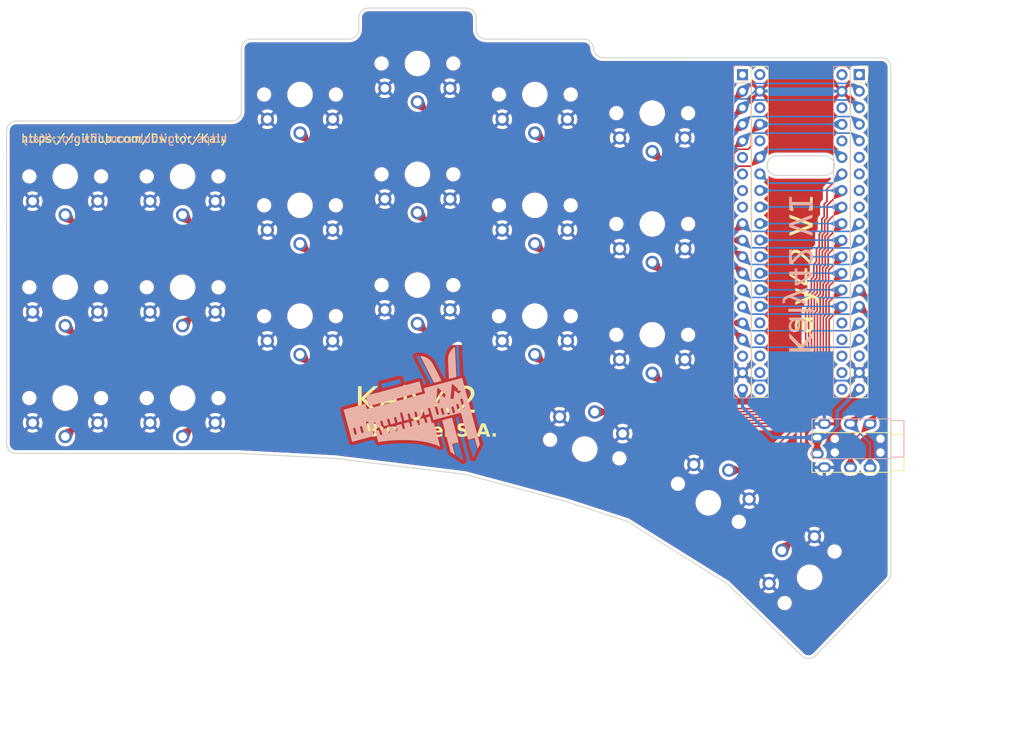
<source format=kicad_pcb>
(kicad_pcb (version 20221018) (generator pcbnew)
  (title_block (title "kalypcb") (rev "v1.0.0") (company "Dwctor"))
  (layers (0 "F.Cu" signal) (31 "B.Cu" signal) (34 "B.Paste" user) (35 "F.Paste" user) (36 "B.SilkS" user "B.Silkscreen") (37 "F.SilkS" user "F.Silkscreen") (38 "B.Mask" user) (39 "F.Mask" user) (44 "Edge.Cuts" user))
  (net 0 "")
  (net 1 "GND")
  (net 2 "matrix_outer_bottom")
  (net 3 "matrix_outer_home")
  (net 4 "matrix_outer_top")
  (net 5 "matrix_pinky_bottom")
  (net 6 "matrix_pinky_home")
  (net 7 "matrix_pinky_top")
  (net 8 "matrix_ring_bottom")
  (net 9 "matrix_ring_home")
  (net 10 "matrix_ring_top")
  (net 11 "matrix_middle_bottom")
  (net 12 "matrix_middle_home")
  (net 13 "matrix_middle_top")
  (net 14 "matrix_index_bottom")
  (net 15 "matrix_index_home")
  (net 16 "matrix_index_top")
  (net 17 "matrix_inner_bottom")
  (net 18 "matrix_inner_home")
  (net 19 "matrix_inner_top")
  (net 20 "thumb_inny")
  (net 21 "thumb_middy")
  (net 22 "thumb_reachy")
  (net 23 "RX")
  (net 24 "TX")
  (net 25 "+3V3")
  (footprint "PG1350" (layer "F.Cu") (at 58 43.5 180)
    (fp_text reference "S8" hide)
    (fp_text value "" hide)
  )
  (footprint "PG1350" (layer "F.Cu") (at 120.602727 89.14088 -32)
    (fp_text reference "S20" hide)
    (fp_text value "" hide)
  )
  (footprint "PG1350" (layer "F.Cu") (at 76 55.74 180)
    (fp_text reference "S10" hide)
    (fp_text value "" hide)
  )
  (footprint "PG1350" (layer "F.Cu") (at 94 60.5 180)
    (fp_text reference "S13" hide)
    (fp_text value "" hide)
  )
  (footprint "PG1350" (layer "F.Cu") (at 40 73.07 180)
    (fp_text reference "S4" hide)
    (fp_text value "" hide)
  )
  (footprint "clipboard:1eb54394-d1bf-44fc-bfc9-1714e0e999b7" (layer "F.Cu") (at 141.08 36.16)
    (fp_text reference "" hide)
    (fp_text value "" hide)
  )
  (footprint "PG1350" (layer "F.Cu") (at 136.127212 100.56429 46)
    (fp_text reference "S21" hide)
    (fp_text value "" hide)
  )
  (footprint "PG1350" (layer "F.Cu") (at 40 56.07 180)
    (fp_text reference "S5" hide)
    (fp_text value "" hide)
  )
  (footprint "PG1350" (layer "F.Cu") (at 101.65 80.9 -15)
    (fp_text reference "S19" hide)
    (fp_text value "" hide)
  )
  (footprint "PG1350" (layer "F.Cu") (at 94 26.5 180)
    (fp_text reference "S15" hide)
    (fp_text value "" hide)
  )
  (footprint "PG1350" (layer "F.Cu") (at 22 73.07 180)
    (fp_text reference "S1" hide)
    (fp_text value "" hide)
  )
  (footprint "PG1350" (layer "F.Cu") (at 112 29.36 180)
    (fp_text reference "S18" hide)
    (fp_text value "" hide)
  )
  (footprint "Keebio-Parts:TRRS-PJ-320A" (layer "F.Cu") (at 148.59 81.42 -90)
    (fp_text reference "J1")
    (fp_text value "TRRS")
  )
  (footprint "PG1350" (layer "F.Cu") (at 76 38.74 180)
    (fp_text reference "S11" hide)
    (fp_text value "" hide)
  )
  (footprint "PG1350" (layer "F.Cu") (at 58 26.5 180)
    (fp_text reference "S9" hide)
    (fp_text value "" hide)
  )
  (footprint "PG1350" (layer "F.Cu") (at 40 39.07 180)
    (fp_text reference "S6" hide)
    (fp_text value "" hide)
  )
  (footprint "PG1350" (layer "F.Cu") (at 94 43.5 180)
    (fp_text reference "S14" hide)
    (fp_text value "" hide)
  )
  (footprint "PG1350" (layer "F.Cu") (at 76 21.74 180)
    (fp_text reference "S12" hide)
    (fp_text value "" hide)
  )
  (footprint "PG1350" (layer "F.Cu") (at 112 63.36 180)
    (fp_text reference "S16" hide)
    (fp_text value "" hide)
  )
  (footprint "PG1350" (layer "F.Cu") (at 22 39.07 180)
    (fp_text reference "S3" hide)
    (fp_text value "" hide)
  )
  (footprint "PG1350" (layer "F.Cu") (at 22 56.07 180)
    (fp_text reference "S2" hide)
    (fp_text value "" hide)
  )
  (footprint "PG1350" (layer "F.Cu") (at 112 46.36 180)
    (fp_text reference "S17" hide)
    (fp_text value "" hide)
  )
  (footprint "PG1350" (layer "F.Cu") (at 58 60.5 180)
    (fp_text reference "S7" hide)
    (fp_text value "" hide)
  )
  (footprint "LOGO" (layer "B.Cu") (at 76.456777 75.6 -165)
    (fp_text reference "G***" hide)
    (fp_text value "LOGO" hide)
  )
  (footprint "LOGO" (layer "B.Cu") (at 76.456777 75.6 -165)
    (fp_text reference "G***" hide)
    (fp_text value "LOGO" hide)
  )
  (footprint "LOGO" (layer "B.Cu") (at 76.456777 75.6 -165)
    (fp_text reference "G***" hide)
    (fp_text value "LOGO" hide)
  )
  (gr_line (start 83.5 13.24) (end 68.5 13.24) (stroke (width 0.15)) (layer "Edge.Cuts"))
  (gr_line (start 108.181571 91.991886) (end 123.461902 101.540097) (stroke (width 0.15)) (layer "Edge.Cuts"))
  (gr_arc (start 67 14.74) (mid 67.439354 13.679354) (end 68.5 13.24) (stroke (width 0.15)) (layer "Edge.Cuts"))
  (gr_arc (start 48.999354 29.069354) (mid 48.56 30.13) (end 47.499354 30.569354) (stroke (width 0.15)) (layer "Edge.Cuts"))
  (gr_line (start 14.51 81.57) (end 48.793641 81.57) (stroke (width 0.15)) (layer "Edge.Cuts"))
  (gr_arc (start 104.490646 20.859354) (mid 103.43 20.42) (end 102.990646 19.359354) (stroke (width 0.15)) (layer "Edge.Cuts"))
  (gr_arc (start 101.500004 18.00273) (mid 102.507765 18.392676) (end 102.990645 19.359354) (stroke (width 0.15)) (layer "Edge.Cuts"))
  (gr_line (start 65.499354 17.999354) (end 50.5 18) (stroke (width 0.15)) (layer "Edge.Cuts"))
  (gr_line (start 138.439369 38.91) (end 131.0999 38.91) (stroke (width 0.15)) (layer "Edge.Cuts"))
  (gr_line (start 148.571022 99.86) (end 148.58 99.86) (stroke (width 0.15)) (layer "Edge.Cuts"))
  (gr_arc (start 139.939369 37.41) (mid 139.5 38.470631) (end 138.439369 38.91) (stroke (width 0.15)) (layer "Edge.Cuts"))
  (gr_arc (start 129.6 37.41) (mid 130.039369 36.349369) (end 131.1 35.91) (stroke (width 0.15)) (layer "Edge.Cuts"))
  (gr_line (start 83.28955 84.78018) (end 98.669466 88.901216) (stroke (width 0.15)) (layer "Edge.Cuts"))
  (gr_line (start 148.58 99.86) (end 148.58 22.36) (stroke (width 0.15)) (layer "Edge.Cuts"))
  (gr_line (start 48.999354 29.069354) (end 49 19.5) (stroke (width 0.15)) (layer "Edge.Cuts"))
  (gr_arc (start 131.0999 38.91) (mid 130.039269 38.470631) (end 129.5999 37.41) (stroke (width 0.15)) (layer "Edge.Cuts"))
  (gr_line (start 98.669466 88.901216) (end 108.181571 91.991886) (stroke (width 0.15)) (layer "Edge.Cuts"))
  (gr_arc (start 137.044003 112.570933) (mid 135.991169 113.028736) (end 134.923006 112.607956) (stroke (width 0.15)) (layer "Edge.Cuts"))
  (gr_line (start 86.500646 17.999354) (end 101.500004 18.00273) (stroke (width 0.15)) (layer "Edge.Cuts"))
  (gr_line (start 63.36358 82.333578) (end 83.28955 84.78018) (stroke (width 0.15)) (layer "Edge.Cuts"))
  (gr_arc (start 148.571022 99.86) (mid 148.498239 100.506565) (end 148.158537 101.061497) (stroke (width 0.15)) (layer "Edge.Cuts"))
  (gr_arc (start 49 19.5) (mid 49.439354 18.439354) (end 50.5 18) (stroke (width 0.15)) (layer "Edge.Cuts"))
  (gr_line (start 131.1 35.91) (end 138.439469 35.91) (stroke (width 0.15)) (layer "Edge.Cuts"))
  (gr_line (start 147.08 20.86) (end 104.490646 20.859354) (stroke (width 0.15)) (layer "Edge.Cuts"))
  (gr_line (start 47.499354 30.569354) (end 14.5 30.57) (stroke (width 0.15)) (layer "Edge.Cuts"))
  (gr_arc (start 86.500646 17.999354) (mid 85.44 17.56) (end 85.000646 16.499354) (stroke (width 0.15)) (layer "Edge.Cuts"))
  (gr_line (start 137.044003 112.570934) (end 148.158537 101.061497) (stroke (width 0.15)) (layer "Edge.Cuts"))
  (gr_arc (start 14.51 81.57) (mid 13.449354 81.130646) (end 13.01 80.07) (stroke (width 0.15)) (layer "Edge.Cuts"))
  (gr_line (start 85 14.74) (end 85.000646 16.499354) (stroke (width 0.15)) (layer "Edge.Cuts"))
  (gr_arc (start 83.5 13.24) (mid 84.560646 13.679354) (end 85 14.74) (stroke (width 0.15)) (layer "Edge.Cuts"))
  (gr_line (start 13.01 80.07) (end 13 32.07) (stroke (width 0.15)) (layer "Edge.Cuts"))
  (gr_arc (start 147.08 20.86) (mid 148.140639 21.299348) (end 148.58 22.36) (stroke (width 0.15)) (layer "Edge.Cuts"))
  (gr_arc (start 13 32.07) (mid 13.439354 31.009354) (end 14.5 30.57) (stroke (width 0.15)) (layer "Edge.Cuts"))
  (gr_arc (start 138.439469 35.91) (mid 139.5001 36.349369) (end 139.939469 37.41) (stroke (width 0.15)) (layer "Edge.Cuts"))
  (gr_line (start 123.461902 101.540097) (end 134.923006 112.607956) (stroke (width 0.15)) (layer "Edge.Cuts"))
  (gr_arc (start 66.999354 16.499354) (mid 66.56 17.56) (end 65.499354 17.999354) (stroke (width 0.15)) (layer "Edge.Cuts"))
  (gr_line (start 67 14.74) (end 66.999354 16.499354) (stroke (width 0.15)) (layer "Edge.Cuts"))
  (gr_line (start 48.793641 81.57) (end 63.36358 82.333578) (stroke (width 0.15)) (layer "Edge.Cuts"))
  (gr_text "Kaly42 V1" (at 132.4 66.4 270) (layer "B.SilkS") (effects (font (size 3.5 3.5) (thickness 0.25)) (justify left bottom mirror)))
  (gr_text "https://github.com/Dwctor/Kaly" (at 47 34) (layer "B.SilkS") (effects (font (size 1.27 1.27) (thickness 0.2)) (justify left bottom mirror)))
  (gr_text "https://github.com/Dwctor/Kaly" (at 15.1 34) (layer "F.SilkS") (effects (font (size 1.27 1.27) (thickness 0.2)) (justify left bottom)))
  (gr_text "By: Kael S.A." (at 68 79.329999) (layer "F.SilkS") (effects (font (size 2 2) (thickness 0.25) bold) (justify left bottom)))
  (gr_text "Kaly42\n" (at 66.335353 76) (layer "F.SilkS") (effects (font (size 4 4) (thickness 0.5)) (justify left bottom)))
  (gr_text "Kaly42 V1" (at 137.2 66.4 -270) (layer "F.SilkS") (effects (font (size 3.5 3.5) (thickness 0.25)) (justify left bottom)))
  (segment (start 122.985 27.175) (end 126.525 27.175) (width 0.25) (layer "B.Cu") (net 1))
  (segment (start 127.04 70.38) (end 125.84 69.18) (width 0.3) (layer "B.Cu") (net 1))
  (segment (start 143.74 69.16) (end 142.52 70.38) (width 0.3) (layer "B.Cu") (net 1))
  (segment (start 126.525 27.175) (end 127.72 25.98) (width 0.25) (layer "B.Cu") (net 1))
  (segment (start 128.5 25.98) (end 141.06 25.98) (width 0.5) (layer "B.Cu") (net 1))
  (segment (start 117 33.16) (end 122.985 27.175) (width 0.25) (layer "B.Cu") (net 1))
  (segment (start 141.06 25.98) (end 141.08 26) (width 0.5) (layer "B.Cu") (net 1))
  (segment (start 127.72 25.98) (end 128.5 25.98) (width 0.25) (layer "B.Cu") (net 1))
  (segment (start 142.52 70.38) (end 127.04 70.38) (width 0.3) (layer "B.Cu") (net 1))
  (segment (start 133.089772 76.5) (end 110.372792 76.5) (width 0.25) (layer "F.Cu") (net 2))
  (segment (start 66.786396 63.85) (end 62.086396 68.55) (width 0.25) (layer "F.Cu") (net 2))
  (segment (start 25.1345 75.8355) (end 22 78.97) (width 0.25) (layer "F.Cu") (net 2))
  (segment (start 110.372792 76.5) (end 103.172792 69.3) (width 0.25) (layer "F.Cu") (net 2))
  (segment (start 137.325 72.264772) (end 133.089772 76.5) (width 0.25) (layer "F.Cu") (net 2))
  (segment (start 138.2 55.547208) (end 138.2 57.290812) (width 0.25) (layer "F.Cu") (net 2))
  (segment (start 103.172792 69.3) (end 90.636396 69.3) (width 0.25) (layer "F.Cu") (net 2))
  (segment (start 25.1345 69.9655) (end 25.1345 75.8355) (width 0.25) (layer "F.Cu") (net 2))
  (segment (start 138.971802 50.968198) (end 138.971802 52.871802) (width 0.25) (layer "F.Cu") (net 2))
  (segment (start 62.086396 68.55) (end 26.55 68.55) (width 0.25) (layer "F.Cu") (net 2))
  (segment (start 138.591802 55.155406) (end 138.2 55.547208) (width 0.25) (layer "F.Cu") (net 2))
  (segment (start 85.186396 63.85) (end 66.786396 63.85) (width 0.25) (layer "F.Cu") (net 2))
  (segment (start 90.636396 69.3) (end 85.186396 63.85) (width 0.25) (layer "F.Cu") (net 2))
  (segment (start 138.971802 52.871802) (end 138.591802 53.251802) (width 0.25) (layer "F.Cu") (net 2))
  (segment (start 138.2 57.290812) (end 137.744885 57.745927) (width 0.25) (layer "F.Cu") (net 2))
  (segment (start 138.591802 53.251802) (end 138.591802 55.155406) (width 0.25) (layer "F.Cu") (net 2))
  (segment (start 137.744885 59.844885) (end 137.325 60.26477) (width 0.25) (layer "F.Cu") (net 2))
  (segment (start 137.325 60.26477) (end 137.325 72.264772) (width 0.25) (layer "F.Cu") (net 2))
  (segment (start 26.55 68.55) (end 25.1345 69.9655) (width 0.25) (layer "F.Cu") (net 2))
  (segment (start 137.744885 57.745927) (end 137.744885 59.844885) (width 0.25) (layer "F.Cu") (net 2))
  (segment (start 141.08 48.86) (end 138.971802 50.968198) (width 0.25) (layer "F.Cu") (net 2))
  (segment (start 141.06 48.84) (end 141.08 48.86) (width 0.25) (layer "B.Cu") (net 2))
  (segment (start 128.5 48.84) (end 141.06 48.84) (width 0.25) (layer "B.Cu") (net 2))
  (segment (start 55.865 52.135) (end 58 52.135) (width 0.25) (layer "F.Cu") (net 3))
  (segment (start 24.03 64) (end 44 64) (width 0.25) (layer "F.Cu") (net 3))
  (segment (start 58 52.135) (end 69.1 52.135) (width 0.25) (layer "F.Cu") (net 3))
  (segment (start 22 61.97) (end 24.03 64) (width 0.25) (layer "F.Cu") (net 3))
  (segment (start 69.1 52.135) (end 85.235 52.135) (width 0.25) (layer "F.Cu") (net 3))
  (segment (start 85.235 52.135) (end 89.4 56.3) (width 0.25) (layer "F.Cu") (net 3))
  (segment (start 118.04 56.3) (end 125.84 64.1) (width 0.25) (layer "F.Cu") (net 3))
  (segment (start 44 64) (end 55.865 52.135) (width 0.25) (layer "F.Cu") (net 3))
  (segment (start 89.4 56.3) (end 118.04 56.3) (width 0.25) (layer "F.Cu") (net 3))
  (segment (start 142.545 65.275) (end 143.74 64.08) (width 0.25) (layer "B.Cu") (net 3))
  (segment (start 127.015 65.275) (end 142.545 65.275) (width 0.25) (layer "B.Cu") (net 3))
  (segment (start 125.84 64.1) (end 127.015 65.275) (width 0.25) (layer "B.Cu") (net 3))
  (segment (start 122.388298 40.3) (end 125.194149 37.494149) (width 0.25) (layer "F.Cu") (net 4))
  (segment (start 22 44.97) (end 24.13 47.1) (width 0.25) (layer "F.Cu") (net 4))
  (segment (start 94.79396 35.605) (end 99.48896 40.3) (width 0.25) (layer "F.Cu") (net 4))
  (segment (start 56.895 35.605) (end 94.79396 35.605) (width 0.25) (layer "F.Cu") (net 4))
  (segment (start 24.13 47.1) (end 45.4 47.1) (width 0.25) (layer "F.Cu") (net 4))
  (segment (start 125.2 37.5) (end 127.14 37.5) (width 0.25) (layer "F.Cu") (net 4))
  (segment (start 125.194149 37.494149) (end 125.2 37.5) (width 0.25) (layer "F.Cu") (net 4))
  (segment (start 99.48896 40.3) (end 122.388298 40.3) (width 0.25) (layer "F.Cu") (net 4))
  (segment (start 127.14 37.5) (end 128.5 36.14) (width 0.25) (layer "F.Cu") (net 4))
  (segment (start 45.4 47.1) (end 56.895 35.605) (width 0.25) (layer "F.Cu") (net 4))
  (segment (start 128.5 36.14) (end 129.74 34.9) (width 0.25) (layer "B.Cu") (net 4))
  (segment (start 129.74 34.9) (end 139.82 34.9) (width 0.25) (layer "B.Cu") (net 4))
  (segment (start 139.82 34.9) (end 141.08 36.16) (width 0.25) (layer "B.Cu") (net 4))
  (segment (start 85 64.3) (end 90.45 69.75) (width 0.25) (layer "F.Cu") (net 5))
  (segment (start 138.65 55.733604) (end 139.041802 55.341802) (width 0.25) (layer "F.Cu") (net 5))
  (segment (start 44.67 69) (end 62.272792 69) (width 0.25) (layer "F.Cu") (net 5))
  (segment (start 138.2 57.927208) (end 138.65 57.477208) (width 0.25) (layer "F.Cu") (net 5))
  (segment (start 133.276168 76.95) (end 137.775 72.451168) (width 0.25) (layer "F.Cu") (net 5))
  (segment (start 43.16 75.81) (end 43.16 70.51) (width 0.25) (layer "F.Cu") (net 5))
  (segment (start 137.775 72.451168) (end 137.775 60.451166) (width 0.25) (layer "F.Cu") (net 5))
  (segment (start 40 78.97) (end 43.16 75.81) (width 0.25) (layer "F.Cu") (net 5))
  (segment (start 138.65 57.477208) (end 138.65 55.733604) (width 0.25) (layer "F.Cu") (net 5))
  (segment (start 90.45 69.75) (end 102.986396 69.75) (width 0.25) (layer "F.Cu") (net 5))
  (segment (start 110.186396 76.95) (end 133.276168 76.95) (width 0.25) (layer "F.Cu") (net 5))
  (segment (start 138.2 60.026166) (end 138.2 57.927208) (width 0.25) (layer "F.Cu") (net 5))
  (segment (start 102.986396 69.75) (end 110.186396 76.95) (width 0.25) (layer "F.Cu") (net 5))
  (segment (start 43.16 70.51) (end 44.67 69) (width 0.25) (layer "F.Cu") (net 5))
  (segment (start 137.775 60.451166) (end 138.2 60.026166) (width 0.25) (layer "F.Cu") (net 5))
  (segment (start 62.272792 69) (end 66.972792 64.3) (width 0.25) (layer "F.Cu") (net 5))
  (segment (start 139.041802 53.438198) (end 141.08 51.4) (width 0.25) (layer "F.Cu") (net 5))
  (segment (start 139.041802 55.341802) (end 139.041802 53.438198) (width 0.25) (layer "F.Cu") (net 5))
  (segment (start 66.972792 64.3) (end 85 64.3) (width 0.25) (layer "F.Cu") (net 5))
  (segment (start 141.06 51.38) (end 141.08 51.4) (width 0.25) (layer "B.Cu") (net 5))
  (segment (start 128.5 51.38) (end 141.06 51.38) (width 0.25) (layer "B.Cu") (net 5))
  (segment (start 47.5 57.85) (end 49.513604 57.85) (width 0.25) (layer "F.Cu") (net 6))
  (segment (start 49.513604 57.85) (end 55.678604 51.685) (width 0.25) (layer "F.Cu") (net 6))
  (segment (start 89.586396 55.85) (end 118.226396 55.85) (width 0.25) (layer "F.Cu") (net 6))
  (segment (start 55.678604 51.685) (end 85.421396 51.685) (width 0.25) (layer "F.Cu") (net 6))
  (segment (start 123.936396 61.56) (end 125.84 61.56) (width 0.25) (layer "F.Cu") (net 6))
  (segment (start 118.226396 55.85) (end 123.936396 61.56) (width 0.25) (layer "F.Cu") (net 6))
  (segment (start 85.421396 51.685) (end 89.586396 55.85) (width 0.25) (layer "F.Cu") (net 6))
  (segment (start 40 61.97) (end 44.12 57.85) (width 0.25) (layer "F.Cu") (net 6))
  (segment (start 44.12 57.85) (end 47.5 57.85) (width 0.25) (layer "F.Cu") (net 6))
  (segment (start 142.545 62.735) (end 143.74 61.54) (width 0.25) (layer "B.Cu") (net 6))
  (segment (start 125.84 61.56) (end 127.015 62.735) (width 0.25) (layer "B.Cu") (net 6))
  (segment (start 127.015 62.735) (end 142.545 62.735) (width 0.25) (layer "B.Cu") (net 6))
  (segment (start 125.2 34.9) (end 126.7 34.9) (width 0.25) (layer "F.Cu") (net 7))
  (segment (start 41.68 46.65) (end 45.213604 46.65) (width 0.25) (layer "F.Cu") (net 7))
  (segment (start 40 44.97) (end 41.68 46.65) (width 0.25) (layer "F.Cu") (net 7))
  (segment (start 124.5 35.6) (end 125.2 34.9) (width 0.25) (layer "F.Cu") (net 7))
  (segment (start 122.201902 39.85) (end 124.5 37.551902) (width 0.25) (layer "F.Cu") (net 7))
  (segment (start 126.7 34.9) (end 127.2 34.4) (width 0.25) (layer "F.Cu") (net 7))
  (segment (start 45.213604 46.65) (end 56.708604 35.155) (width 0.25) (layer "F.Cu") (net 7))
  (segment (start 56.708604 35.155) (end 94.980356 35.155) (width 0.25) (layer "F.Cu") (net 7))
  (segment (start 127.2 34.4) (end 127.2 32.36) (width 0.25) (layer "F.Cu") (net 7))
  (segment (start 99.675356 39.85) (end 122.201902 39.85) (width 0.25) (layer "F.Cu") (net 7))
  (segment (start 94.980356 35.155) (end 99.675356 39.85) (width 0.25) (layer "F.Cu") (net 7))
  (segment (start 124.5 37.551902) (end 124.5 35.6) (width 0.25) (layer "F.Cu") (net 7))
  (segment (start 127.2 32.36) (end 128.5 31.06) (width 0.25) (layer "F.Cu") (net 7))
  (segment (start 128.5 31.06) (end 141.06 31.06) (width 0.25) (layer "B.Cu") (net 7))
  (segment (start 141.06 31.06) (end 141.08 31.08) (width 0.25) (layer "B.Cu") (net 7))
  (segment (start 136.875 60.078374) (end 137.294885 59.658489) (width 0.25) (layer "F.Cu") (net 8))
  (segment (start 137.294885 57.559531) (end 137.75 57.104416) (width 0.25) (layer "F.Cu") (net 8))
  (segment (start 110.559188 76.05) (end 132.903376 76.05) (width 0.25) (layer "F.Cu") (net 8))
  (segment (start 103.359188 68.85) (end 110.559188 76.05) (width 0.25) (layer "F.Cu") (net 8))
  (segment (start 90.822792 68.85) (end 103.359188 68.85) (width 0.25) (layer "F.Cu") (net 8))
  (segment (start 138.951802 50.351802) (end 138.951802 48.448198) (width 0.25) (layer "F.Cu") (net 8))
  (segment (start 58 66.4) (end 59.7 68.1) (width 0.25) (layer "F.Cu") (net 8))
  (segment (start 59.7 68.1) (end 61.9 68.1) (width 0.25) (layer "F.Cu") (net 8))
  (segment (start 137.75 57.104416) (end 137.75 55.360812) (width 0.25) (layer "F.Cu") (net 8))
  (segment (start 61.9 68.1) (end 66.6 63.4) (width 0.25) (layer "F.Cu") (net 8))
  (segment (start 66.6 63.4) (end 85.372792 63.4) (width 0.25) (layer "F.Cu") (net 8))
  (segment (start 138.141802 53.065406) (end 138.521802 52.685406) (width 0.25) (layer "F.Cu") (net 8))
  (segment (start 138.521802 50.781802) (end 138.951802 50.351802) (width 0.25) (layer "F.Cu") (net 8))
  (segment (start 138.521802 52.685406) (end 138.521802 50.781802) (width 0.25) (layer "F.Cu") (net 8))
  (segment (start 85.372792 63.4) (end 90.822792 68.85) (width 0.25) (layer "F.Cu") (net 8))
  (segment (start 138.141802 54.96901) (end 138.141802 53.065406) (width 0.25) (layer "F.Cu") (net 8))
  (segment (start 132.903376 76.05) (end 136.875 72.078376) (width 0.25) (layer "F.Cu") (net 8))
  (segment (start 137.294885 59.658489) (end 137.294885 57.559531) (width 0.25) (layer "F.Cu") (net 8))
  (segment (start 136.875 72.078376) (end 136.875 60.078374) (width 0.25) (layer "F.Cu") (net 8))
  (segment (start 138.951802 48.448198) (end 141.08 46.32) (width 0.25) (layer "F.Cu") (net 8))
  (segment (start 137.75 55.360812) (end 138.141802 54.96901) (width 0.25) (layer "F.Cu") (net 8))
  (segment (start 128.5 46.3) (end 141.06 46.3) (width 0.25) (layer "B.Cu") (net 8))
  (segment (start 141.06 46.3) (end 141.08 46.32) (width 0.25) (layer "B.Cu") (net 8))
  (segment (start 59.835 51.235) (end 85.607792 51.235) (width 0.25) (layer "F.Cu") (net 9))
  (segment (start 58 49.4) (end 59.835 51.235) (width 0.25) (layer "F.Cu") (net 9))
  (segment (start 124.084594 52.184594) (end 125.84 53.94) (width 0.25) (layer "F.Cu") (net 9))
  (segment (start 121.884594 52.184594) (end 124.084594 52.184594) (width 0.25) (layer "F.Cu") (net 9))
  (segment (start 85.607792 51.235) (end 89.772792 55.4) (width 0.25) (layer "F.Cu") (net 9))
  (segment (start 89.772792 55.4) (end 118.669188 55.4) (width 0.25) (layer "F.Cu") (net 9))
  (segment (start 118.669188 55.4) (end 121.884594 52.184594) (width 0.25) (layer "F.Cu") (net 9))
  (segment (start 126.995 55.095) (end 140.573299 55.095) (width 0.25) (layer "B.Cu") (net 9))
  (segment (start 142.545 55.115) (end 143.74 53.92) (width 0.25) (layer "B.Cu") (net 9))
  (segment (start 140.573299 55.095) (end 140.593299 55.115) (width 0.25) (layer "B.Cu") (net 9))
  (segment (start 125.84 53.94) (end 126.995 55.095) (width 0.25) (layer "B.Cu") (net 9))
  (segment (start 140.593299 55.115) (end 142.545 55.115) (width 0.25) (layer "B.Cu") (net 9))
  (segment (start 60.305 34.705) (end 95.166752 34.705) (width 0.25) (layer "F.Cu") (net 10))
  (segment (start 98.472792 38) (end 99.872792 39.4) (width 0.25) (layer "F.Cu") (net 10))
  (segment (start 58 32.4) (end 60.305 34.705) (width 0.25) (layer "F.Cu") (net 10))
  (segment (start 124.05 35.41) (end 125.84 33.62) (width 0.25) (layer "F.Cu") (net 10))
  (segment (start 122.015506 39.4) (end 124.05 37.365506) (width 0.25) (layer "F.Cu") (net 10))
  (segment (start 99.872792 39.4) (end 122.015506 39.4) (width 0.25) (layer "F.Cu") (net 10))
  (segment (start 98.461752 38) (end 98.472792 38) (width 0.25) (layer "F.Cu") (net 10))
  (segment (start 95.166752 34.705) (end 98.461752 38) (width 0.25) (layer "F.Cu") (net 10))
  (segment (start 124.05 37.365506) (end 124.05 35.41) (width 0.25) (layer "F.Cu") (net 10))
  (segment (start 127.035 32.425) (end 142.565 32.425) (width 0.25) (layer "B.Cu") (net 10))
  (segment (start 142.565 32.425) (end 143.74 33.6) (width 0.25) (layer "B.Cu") (net 10))
  (segment (start 125.84 33.62) (end 127.035 32.425) (width 0.25) (layer "B.Cu") (net 10))
  (segment (start 138.9 45.96) (end 141.08 43.78) (width 0.25) (layer "F.Cu") (net 11))
  (segment (start 77.31 62.95) (end 87.05 62.95) (width 0.25) (layer "F.Cu") (net 11))
  (segment (start 138.9 47.863604) (end 138.9 45.96) (width 0.25) (layer "F.Cu") (net 11))
  (segment (start 138.501802 50.165406) (end 138.501802 48.261802) (width 0.25) (layer "F.Cu") (net 11))
  (segment (start 87.7 62.3) (end 90.4 62.3) (width 0.25) (layer "F.Cu") (net 11))
  (segment (start 137.687208 52.883604) (end 138.071802 52.49901) (width 0.25) (layer "F.Cu") (net 11))
  (segment (start 92.6 68.4) (end 103.545584 68.4) (width 0.25) (layer "F.Cu") (net 11))
  (segment (start 76 61.64) (end 77.31 62.95) (width 0.25) (layer "F.Cu") (net 11))
  (segment (start 91.5 63.4) (end 91.5 67.3) (width 0.25) (layer "F.Cu") (net 11))
  (segment (start 137.687208 54.787208) (end 137.687208 52.883604) (width 0.25) (layer "F.Cu") (net 11))
  (segment (start 136.425 59.891978) (end 136.844885 59.472093) (width 0.25) (layer "F.Cu") (net 11))
  (segment (start 138.071802 50.595406) (end 138.501802 50.165406) (width 0.25) (layer "F.Cu") (net 11))
  (segment (start 137.3 56.91802) (end 137.3 55.174416) (width 0.25) (layer "F.Cu") (net 11))
  (segment (start 90.4 62.3) (end 91.5 63.4) (width 0.25) (layer "F.Cu") (net 11))
  (segment (start 136.844885 57.373135) (end 137.3 56.91802) (width 0.25) (layer "F.Cu") (net 11))
  (segment (start 91.5 67.3) (end 92.6 68.4) (width 0.25) (layer "F.Cu") (net 11))
  (segment (start 136.844885 59.472093) (end 136.844885 57.373135) (width 0.25) (layer "F.Cu") (net 11))
  (segment (start 103.545584 68.4) (end 110.745584 75.6) (width 0.25) (layer "F.Cu") (net 11))
  (segment (start 132.71698 75.6) (end 136.425 71.89198) (width 0.25) (layer "F.Cu") (net 11))
  (segment (start 138.071802 52.49901) (end 138.071802 50.595406) (width 0.25) (layer "F.Cu") (net 11))
  (segment (start 137.3 55.174416) (end 137.687208 54.787208) (width 0.25) (layer "F.Cu") (net 11))
  (segment (start 87.05 62.95) (end 87.7 62.3) (width 0.25) (layer "F.Cu") (net 11))
  (segment (start 138.501802 48.261802) (end 138.9 47.863604) (width 0.25) (layer "F.Cu") (net 11))
  (segment (start 136.425 71.89198) (end 136.425 59.891978) (width 0.25) (layer "F.Cu") (net 11))
  (segment (start 110.745584 75.6) (end 132.71698 75.6) (width 0.25) (layer "F.Cu") (net 11))
  (segment (start 128.5 43.76) (end 141.06 43.76) (width 0.25) (layer "B.Cu") (net 11))
  (segment (start 141.06 43.76) (end 141.08 43.78) (width 0.25) (layer "B.Cu") (net 11))
  (segment (start 76 44.64) (end 82.145 50.785) (width 0.25) (layer "F.Cu") (net 12))
  (segment (start 89.959188 54.95) (end 118.482792 54.95) (width 0.25) (layer "F.Cu") (net 12))
  (segment (start 82.145 50.785) (end 85.794188 50.785) (width 0.25) (layer "F.Cu") (net 12))
  (segment (start 118.482792 54.95) (end 122.916396 50.516396) (width 0.25) (layer "F.Cu") (net 12))
  (segment (start 85.794188 50.785) (end 89.959188 54.95) (width 0.25) (layer "F.Cu") (net 12))
  (segment (start 124.956396 50.516396) (end 125.84 51.4) (width 0.25) (layer "F.Cu") (net 12))
  (segment (start 122.916396 50.516396) (end 124.956396 50.516396) (width 0.25) (layer "F.Cu") (net 12))
  (segment (start 142.545 52.575) (end 143.74 51.38) (width 0.25) (layer "B.Cu") (net 12))
  (segment (start 127.015 52.575) (end 142.545 52.575) (width 0.25) (layer "B.Cu") (net 12))
  (segment (start 125.84 51.4) (end 127.015 52.575) (width 0.25) (layer "B.Cu") (net 12))
  (segment (start 121.82911 38.95) (end 123.589555 37.189555) (width 0.25) (layer "F.Cu") (net 13))
  (segment (start 82.615 34.255) (end 95.353148 34.255) (width 0.25) (layer "F.Cu") (net 13))
  (segment (start 76 27.64) (end 82.615 34.255) (width 0.25) (layer "F.Cu") (net 13))
  (segment (start 124.061802 32.858198) (end 125.84 31.08) (width 0.25) (layer "F.Cu") (net 13))
  (segment (start 95.353148 34.255) (end 98.648148 37.55) (width 0.25) (layer "F.Cu") (net 13))
  (segment (start 124.061802 34.761802) (end 124.061802 32.858198) (width 0.25) (layer "F.Cu") (net 13))
  (segment (start 123.589555 37.189555) (end 123.589555 35.234049) (width 0.25) (layer "F.Cu") (net 13))
  (segment (start 98.659188 37.55) (end 100.059188 38.95) (width 0.25) (layer "F.Cu") (net 13))
  (segment (start 123.589555 35.234049) (end 124.061802 34.761802) (width 0.25) (layer "F.Cu") (net 13))
  (segment (start 98.648148 37.55) (end 98.659188 37.55) (width 0.25) (layer "F.Cu") (net 13))
  (segment (start 100.059188 38.95) (end 121.82911 38.95) (width 0.25) (layer "F.Cu") (net 13))
  (segment (start 125.84 31.08) (end 127.035 29.885) (width 0.25) (layer "B.Cu") (net 13))
  (segment (start 127.035 29.885) (end 142.565 29.885) (width 0.25) (layer "B.Cu") (net 13))
  (segment (start 142.565 29.885) (end 143.74 31.06) (width 0.25) (layer "B.Cu") (net 13))
  (segment (start 138.051802 49.97901) (end 137.621802 50.40901) (width 0.25) (layer "F.Cu") (net 14))
  (segment (start 138.811802 45.411802) (end 138.45 45.773604) (width 0.25) (layer "F.Cu") (net 14))
  (segment (start 136.394885 59.285697) (end 135.975 59.705582) (width 0.25) (layer "F.Cu") (net 14))
  (segment (start 138.811802 43.508198) (end 138.811802 45.411802) (width 0.25) (layer "F.Cu") (net 14))
  (segment (start 137.237208 54.600812) (end 136.85 54.98802) (width 0.25) (layer "F.Cu") (net 14))
  (segment (start 132.530584 75.15) (end 110.93198 75.15) (width 0.25) (layer "F.Cu") (net 14))
  (segment (start 135.975 71.705584) (end 132.530584 75.15) (width 0.25) (layer "F.Cu") (net 14))
  (segment (start 137.621802 52.312614) (end 137.237208 52.697208) (width 0.25) (layer "F.Cu") (net 14))
  (segment (start 135.975 59.705582) (end 135.975 71.705584) (width 0.25) (layer "F.Cu") (net 14))
  (segment (start 141.08 41.24) (end 138.811802 43.508198) (width 0.25) (layer "F.Cu") (net 14))
  (segment (start 138.45 47.677208) (end 138.051802 48.075406) (width 0.25) (layer "F.Cu") (net 14))
  (segment (start 136.85 56.731624) (end 136.394885 57.186739) (width 0.25) (layer "F.Cu") (net 14))
  (segment (start 95.55 67.95) (end 94 66.4) (width 0.25) (layer "F.Cu") (net 14))
  (segment (start 136.394885 57.186739) (end 136.394885 59.285697) (width 0.25) (layer "F.Cu") (net 14))
  (segment (start 136.85 54.98802) (end 136.85 56.731624) (width 0.25) (layer "F.Cu") (net 14))
  (segment (start 138.051802 48.075406) (end 138.051802 49.97901) (width 0.25) (layer "F.Cu") (net 14))
  (segment (start 137.621802 50.40901) (end 137.621802 52.312614) (width 0.25) (layer "F.Cu") (net 14))
  (segment (start 137.237208 52.697208) (end 137.237208 54.600812) (width 0.25) (layer "F.Cu") (net 14))
  (segment (start 138.45 45.773604) (end 138.45 47.677208) (width 0.25) (layer "F.Cu") (net 14))
  (segment (start 110.93198 75.15) (end 103.73198 67.95) (width 0.25) (layer "F.Cu") (net 14))
  (segment (start 103.73198 67.95) (end 95.55 67.95) (width 0.25) (layer "F.Cu") (net 14))
  (segment (start 128.5 41.22) (end 141.06 41.22) (width 0.25) (layer "B.Cu") (net 14))
  (segment (start 141.06 41.22) (end 141.08 41.24) (width 0.25) (layer "B.Cu") (net 14))
  (segment (start 94 49.4) (end 99.1 54.5) (width 0.25) (layer "F.Cu") (net 15))
  (segment (start 99.1 54.5) (end 118.296396 54.5) (width 0.25) (layer "F.Cu") (net 15))
  (segment (start 118.296396 54.5) (end 123.936396 48.86) (width 0.25) (layer "F.Cu") (net 15))
  (segment (start 123.936396 48.86) (end 125.84 48.86) (width 0.25) (layer "F.Cu") (net 15))
  (segment (start 142.545 50.035) (end 143.74 48.84) (width 0.25) (layer "B.Cu") (net 15))
  (segment (start 126.995 50.015) (end 139.19 50.015) (width 0.25) (layer "B.Cu") (net 15))
  (segment (start 139.21 50.035) (end 142.545 50.035) (width 0.25) (layer "B.Cu") (net 15))
  (segment (start 139.19 50.015) (end 139.21 50.035) (width 0.25) (layer "B.Cu") (net 15))
  (segment (start 125.84 48.86) (end 126.995 50.015) (width 0.25) (layer "B.Cu") (net 15))
  (segment (start 100.245584 38.5) (end 121.642714 38.5) (width 0.25) (layer "F.Cu") (net 16))
  (segment (start 123.991802 32.291802) (end 123.991802 30.388198) (width 0.25) (layer "F.Cu") (net 16))
  (segment (start 123.139555 37.003159) (end 123.139555 35.047653) (width 0.25) (layer "F.Cu") (net 16))
  (segment (start 94.134544 32.4) (end 98.717272 36.982728) (width 0.25) (layer "F.Cu") (net 16))
  (segment (start 98.717272 36.982728) (end 98.728312 36.982728) (width 0.25) (layer "F.Cu") (net 16))
  (segment (start 123.611802 32.671802) (end 123.991802 32.291802) (width 0.25) (layer "F.Cu") (net 16))
  (segment (start 98.728312 36.982728) (end 100.245584 38.5) (width 0.25) (layer "F.Cu") (net 16))
  (segment (start 121.642714 38.5) (end 123.139555 37.003159) (width 0.25) (layer "F.Cu") (net 16))
  (segment (start 123.139555 35.047653) (end 123.611802 34.575406) (width 0.25) (layer "F.Cu") (net 16))
  (segment (start 123.611802 34.575406) (end 123.611802 32.671802) (width 0.25) (layer "F.Cu") (net 16))
  (segment (start 123.991802 30.388198) (end 125.84 28.54) (width 0.25) (layer "F.Cu") (net 16))
  (segment (start 94 32.4) (end 94.134544 32.4) (width 0.25) (layer "F.Cu") (net 16))
  (segment (start 142.565 27.345) (end 143.74 28.52) (width 0.25) (layer "B.Cu") (net 16))
  (segment (start 127.035 27.345) (end 142.565 27.345) (width 0.25) (layer "B.Cu") (net 16))
  (segment (start 125.84 28.54) (end 127.035 27.345) (width 0.25) (layer "B.Cu") (net 16))
  (segment (start 136.787208 54.414416) (end 136.787208 52.510812) (width 0.25) (layer "F.Cu") (net 17))
  (segment (start 132.344188 74.7) (end 135.525 71.519188) (width 0.25) (layer "F.Cu") (net 17))
  (segment (start 135.525 59.519186) (end 135.944885 59.099301) (width 0.25) (layer "F.Cu") (net 17))
  (segment (start 135.944885 59.099301) (end 135.944885 57.000343) (width 0.25) (layer "F.Cu") (net 17))
  (segment (start 136.4 56.545228) (end 136.4 54.801624) (width 0.25) (layer "F.Cu") (net 17))
  (segment (start 135.944885 57.000343) (end 136.4 56.545228) (width 0.25) (layer "F.Cu") (net 17))
  (segment (start 137.171802 52.126218) (end 137.171802 50.222614) (width 0.25) (layer "F.Cu") (net 17))
  (segment (start 136.787208 52.510812) (end 137.171802 52.126218) (width 0.25) (layer "F.Cu") (net 17))
  (segment (start 138.791802 40.988198) (end 141.08 38.7) (width 0.25) (layer "F.Cu") (net 17))
  (segment (start 138 45.587208) (end 138.361802 45.225406) (width 0.25) (layer "F.Cu") (net 17))
  (segment (start 112 69.26) (end 117.44 74.7) (width 0.25) (layer "F.Cu") (net 17))
  (segment (start 117.44 74.7) (end 132.344188 74.7) (width 0.25) (layer "F.Cu") (net 17))
  (segment (start 137.601802 49.792614) (end 137.601802 47.88901) (width 0.25) (layer "F.Cu") (net 17))
  (segment (start 138 47.490812) (end 138 45.587208) (width 0.25) (layer "F.Cu") (net 17))
  (segment (start 138.361802 43.321802) (end 138.791802 42.891802) (width 0.25) (layer "F.Cu") (net 17))
  (segment (start 138.361802 45.225406) (end 138.361802 43.321802) (width 0.25) (layer "F.Cu") (net 17))
  (segment (start 138.791802 42.891802) (end 138.791802 40.988198) (width 0.25) (layer "F.Cu") (net 17))
  (segment (start 135.525 71.519188) (end 135.525 59.519186) (width 0.25) (layer "F.Cu") (net 17))
  (segment (start 137.171802 50.222614) (end 137.601802 49.792614) (width 0.25) (layer "F.Cu") (net 17))
  (segment (start 136.4 54.801624) (end 136.787208 54.414416) (width 0.25) (layer "F.Cu") (net 17))
  (segment (start 137.601802 47.88901) (end 138 47.490812) (width 0.25) (layer "F.Cu") (net 17))
  (segment (start 129.355 39.535) (end 129.355 39.555) (width 0.25) (layer "B.Cu") (net 17))
  (segment (start 139.68 40.1) (end 141.08 38.7) (width 0.25) (layer "B.Cu") (net 17))
  (segment (start 128.5 38.68) (end 129.355 39.535) (width 0.25) (layer "B.Cu") (net 17))
  (segment (start 129.355 39.555) (end 129.9 40.1) (width 0.25) (layer "B.Cu") (net 17))
  (segment (start 129.9 40.1) (end 139.68 40.1) (width 0.25) (layer "B.Cu") (net 17))
  (segment (start 113.79 54.05) (end 118.11 54.05) (width 0.25) (layer "F.Cu") (net 18))
  (segment (start 112 52.26) (end 113.79 54.05) (width 0.25) (layer "F.Cu") (net 18))
  (segment (start 118.11 54.05) (end 125.84 46.32) (width 0.25) (layer "F.Cu") (net 18))
  (segment (start 127.015 47.495) (end 142.545 47.495) (width 0.25) (layer "B.Cu") (net 18))
  (segment (start 142.545 47.495) (end 143.74 46.3) (width 0.25) (layer "B.Cu") (net 18))
  (segment (start 125.84 46.32) (end 127.015 47.495) (width 0.25) (layer "B.Cu") (net 18))
  (segment (start 123.971802 29.771802) (end 123.971802 27.868198) (width 0.25) (layer "F.Cu") (net 19))
  (segment (start 122.689555 34.861257) (end 123.161802 34.38901) (width 0.25) (layer "F.Cu") (net 19))
  (segment (start 123.541802 32.105406) (end 123.541802 30.201802) (width 0.25) (layer "F.Cu") (net 19))
  (segment (start 123.541802 30.201802) (end 123.971802 29.771802) (width 0.25) (layer "F.Cu") (net 19))
  (segment (start 123.161802 32.485406) (end 123.541802 32.105406) (width 0.25) (layer "F.Cu") (net 19))
  (segment (start 122.689555 36.816763) (end 122.689555 34.861257) (width 0.25) (layer "F.Cu") (net 19))
  (segment (start 121.456318 38.05) (end 122.689555 36.816763) (width 0.25) (layer "F.Cu") (net 19))
  (segment (start 114.79 38.05) (end 121.456318 38.05) (width 0.25) (layer "F.Cu") (net 19))
  (segment (start 112 35.26) (end 114.79 38.05) (width 0.25) (layer "F.Cu") (net 19))
  (segment (start 123.971802 27.868198) (end 125.84 26) (width 0.25) (layer "F.Cu") (net 19))
  (segment (start 123.161802 34.38901) (end 123.161802 32.485406) (width 0.25) (layer "F.Cu") (net 19))
  (segment (start 127.035 24.805) (end 142.565 24.805) (width 0.25) (layer "B.Cu") (net 19))
  (segment (start 125.84 26) (end 127.035 24.805) (width 0.25) (layer "B.Cu") (net 19))
  (segment (start 142.565 24.805) (end 143.74 25.98) (width 0.25) (layer "B.Cu") (net 19))
  (segment (start 138.225 72.637564) (end 138.225 60.637562) (width 0.25) (layer "F.Cu") (net 20))
  (segment (start 139.1 55.92) (end 141.08 53.94) (width 0.25) (layer "F.Cu") (net 20))
  (segment (start 139.1 57.663604) (end 139.1 55.92) (width 0.25) (layer "F.Cu") (net 20))
  (segment (start 133.462564 77.4) (end 138.225 72.637564) (width 0.25) (layer "F.Cu") (net 20))
  (segment (start 138.65 58.113604) (end 139.1 57.663604) (width 0.25) (layer "F.Cu") (net 20))
  (segment (start 110 77.4) (end 133.462564 77.4) (width 0.25) (layer "F.Cu") (net 20))
  (segment (start 107.801038 75.201038) (end 110 77.4) (width 0.25) (layer "F.Cu") (net 20))
  (segment (start 138.225 60.637562) (end 138.65 60.212562) (width 0.25) (layer "F.Cu") (net 20))
  (segment (start 103.177032 75.201038) (end 107.801038 75.201038) (width 0.25) (layer "F.Cu") (net 20))
  (segment (start 138.65 60.212562) (end 138.65 58.113604) (width 0.25) (layer "F.Cu") (net 20))
  (segment (start 141.06 53.92) (end 141.08 53.94) (width 0.25) (layer "B.Cu") (net 20))
  (segment (start 128.5 53.92) (end 141.06 53.92) (width 0.25) (layer "B.Cu") (net 20))
  (segment (start 140.92 56.48) (end 141.08 56.48) (width 0.25) (layer "F.Cu") (net 21))
  (segment (start 138.675 72.82396) (end 138.675 60.823958) (width 0.25) (layer "F.Cu") (net 21))
  (segment (start 127.361564 84.137396) (end 138.675 72.82396) (width 0.25) (layer "F.Cu") (net 21))
  (segment (start 123.729251 84.137396) (end 127.361564 84.137396) (width 0.25) (layer "F.Cu") (net 21))
  (segment (start 138.675 60.823958) (end 139.1 60.398958) (width 0.25) (layer "F.Cu") (net 21))
  (segment (start 139.1 58.3) (end 140.92 56.48) (width 0.25) (layer "F.Cu") (net 21))
  (segment (start 139.1 60.398958) (end 139.1 58.3) (width 0.25) (layer "F.Cu") (net 21))
  (segment (start 141.06 56.46) (end 141.08 56.48) (width 0.25) (layer "B.Cu") (net 21))
  (segment (start 128.5 56.46) (end 141.06 56.46) (width 0.25) (layer "B.Cu") (net 21))
  (segment (start 134.8 77.335356) (end 139.125 73.010356) (width 0.25) (layer "F.Cu") (net 22))
  (segment (start 131.883107 96.465806) (end 134.8 93.548913) (width 0.25) (layer "F.Cu") (net 22))
  (segment (start 134.8 93.548913) (end 134.8 77.335356) (width 0.25) (layer "F.Cu") (net 22))
  (segment (start 139.125 73.010356) (end 139.125 61.010354) (width 0.25) (layer "F.Cu") (net 22))
  (segment (start 139.125 61.010354) (end 141.08 59.055354) (width 0.25) (layer "F.Cu") (net 22))
  (segment (start 141.08 59.055354) (end 141.08 59.02) (width 0.25) (layer "F.Cu") (net 22))
  (segment (start 141.06 59) (end 141.08 59.02) (width 0.25) (layer "B.Cu") (net 22))
  (segment (start 128.5 59) (end 141.06 59) (width 0.25) (layer "B.Cu") (net 22))
  (segment (start 145.7 60.96) (end 143.74 59) (width 0.25) (layer "F.Cu") (net 23))
  (segment (start 145.7 73.71) (end 145.7 60.96) (width 0.25) (layer "F.Cu") (net 23))
  (segment (start 142.39 77.02) (end 145.7 73.71) (width 0.25) (layer "F.Cu") (net 23))
  (segment (start 145.39 83.72) (end 145.39 80.02) (width 0.25) (layer "B.Cu") (net 23))
  (segment (start 127.015 60.195) (end 142.545 60.195) (width 0.25) (layer "B.Cu") (net 23))
  (segment (start 145.39 80.02) (end 142.39 77.02) (width 0.25) (layer "B.Cu") (net 23))
  (segment (start 142.545 60.195) (end 143.74 59) (width 0.25) (layer "B.Cu") (net 23))
  (segment (start 125.84 59.02) (end 127.015 60.195) (width 0.25) (layer "B.Cu") (net 23))
  (segment (start 146.15 58.87) (end 145.64 58.36) (width 0.25) (layer "F.Cu") (net 24))
  (segment (start 142.39 83.72) (end 142.39 80.02) (width 0.25) (layer "F.Cu") (net 24))
  (segment (start 145.39 77.02) (end 146.15 76.26) (width 0.25) (layer "F.Cu") (net 24))
  (segment (start 146.15 76.26) (end 146.15 58.87) (width 0.25) (layer "F.Cu") (net 24))
  (segment (start 145.64 58.36) (end 143.74 56.46) (width 0.25) (layer "F.Cu") (net 24))
  (segment (start 142.39 80.02) (end 145.39 77.02) (width 0.25) (layer "F.Cu") (net 24))
  (segment (start 137.375 57.635) (end 137.395 57.655) (width 0.25) (layer "B.Cu") (net 24))
  (segment (start 125.84 56.48) (end 126.995 57.635) (width 0.25) (layer "B.Cu") (net 24))
  (segment (start 126.995 57.635) (end 137.375 57.635) (width 0.25) (layer "B.Cu") (net 24))
  (segment (start 137.395 57.655) (end 142.545 57.655) (width 0.25) (layer "B.Cu") (net 24))
  (segment (start 142.545 57.655) (end 143.74 56.46) (width 0.25) (layer "B.Cu") (net 24))
  (segment (start 137.29 81.62) (end 137.29 79.12) (width 0.5) (layer "F.Cu") (net 25))
  (segment (start 138.58 79.12) (end 140.37 77.33) (width 0.5) (layer "B.Cu") (net 25))
  (segment (start 125.84 74.46) (end 125.84 71.72) (width 0.5) (layer "B.Cu") (net 25))
  (segment (start 137.29 79.12) (end 130.5 79.12) (width 0.5) (layer "B.Cu") (net 25))
  (segment (start 130.5 79.12) (end 125.84 74.46) (width 0.5) (layer "B.Cu") (net 25))
  (segment (start 140.37 77.33) (end 140.37 75.07) (width 0.5) (layer "B.Cu") (net 25))
  (segment (start 140.37 75.07) (end 143.74 71.7) (width 0.5) (layer "B.Cu") (net 25))
  (segment (start 137.29 79.12) (end 138.58 79.12) (width 0.5) (layer "B.Cu") (net 25))
  (zone (net 1) (net_name "GND") (layers "F&B.Cu") (connect_pads (clearance 0.5)) (min_thickness 0.25) (fill yes (thermal_gap 0.5) (thermal_bridge_width 0.5))
    (polygon (pts (xy 12 12) (xy 12 126) (xy 169 126) (xy 169 12)))
  )
)
</source>
